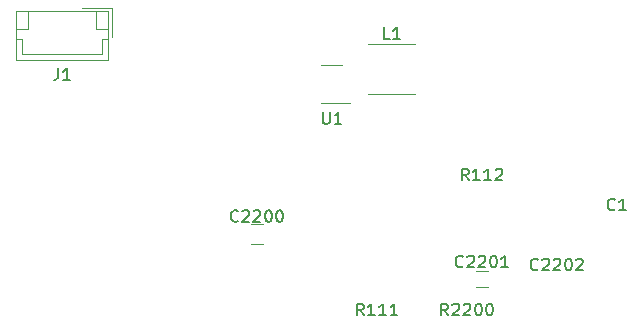
<source format=gbr>
G04 #@! TF.FileFunction,Legend,Top*
%FSLAX46Y46*%
G04 Gerber Fmt 4.6, Leading zero omitted, Abs format (unit mm)*
G04 Created by KiCad (PCBNEW 4.0.7-e2-6376~61~ubuntu18.04.1) date Thu Jan  3 16:44:15 2019*
%MOMM*%
%LPD*%
G01*
G04 APERTURE LIST*
%ADD10C,0.100000*%
%ADD11C,0.120000*%
%ADD12C,0.150000*%
G04 APERTURE END LIST*
D10*
D11*
X136390000Y-118530000D02*
X135390000Y-118530000D01*
X135390000Y-120230000D02*
X136390000Y-120230000D01*
X155440000Y-123870000D02*
X154440000Y-123870000D01*
X154440000Y-122510000D02*
X155440000Y-122510000D01*
X123300000Y-104620000D02*
X123300000Y-100520000D01*
X123300000Y-100520000D02*
X115500000Y-100520000D01*
X115500000Y-100520000D02*
X115500000Y-104620000D01*
X115500000Y-104620000D02*
X123300000Y-104620000D01*
X123300000Y-102870000D02*
X122800000Y-102870000D01*
X122800000Y-102870000D02*
X122800000Y-104120000D01*
X122800000Y-104120000D02*
X116000000Y-104120000D01*
X116000000Y-104120000D02*
X116000000Y-102870000D01*
X116000000Y-102870000D02*
X115500000Y-102870000D01*
X123300000Y-102020000D02*
X122300000Y-102020000D01*
X122300000Y-102020000D02*
X122300000Y-100520000D01*
X115500000Y-102020000D02*
X116500000Y-102020000D01*
X116500000Y-102020000D02*
X116500000Y-100520000D01*
X123600000Y-102720000D02*
X123600000Y-100220000D01*
X123600000Y-100220000D02*
X121100000Y-100220000D01*
X145320000Y-103310000D02*
X149320000Y-103310000D01*
X145320000Y-107510000D02*
X149320000Y-107510000D01*
X143140000Y-105070000D02*
X141340000Y-105070000D01*
X141340000Y-108290000D02*
X143790000Y-108290000D01*
D12*
X166203334Y-117267143D02*
X166155715Y-117314762D01*
X166012858Y-117362381D01*
X165917620Y-117362381D01*
X165774762Y-117314762D01*
X165679524Y-117219524D01*
X165631905Y-117124286D01*
X165584286Y-116933810D01*
X165584286Y-116790952D01*
X165631905Y-116600476D01*
X165679524Y-116505238D01*
X165774762Y-116410000D01*
X165917620Y-116362381D01*
X166012858Y-116362381D01*
X166155715Y-116410000D01*
X166203334Y-116457619D01*
X167155715Y-117362381D02*
X166584286Y-117362381D01*
X166870000Y-117362381D02*
X166870000Y-116362381D01*
X166774762Y-116505238D01*
X166679524Y-116600476D01*
X166584286Y-116648095D01*
X134294762Y-118237143D02*
X134247143Y-118284762D01*
X134104286Y-118332381D01*
X134009048Y-118332381D01*
X133866190Y-118284762D01*
X133770952Y-118189524D01*
X133723333Y-118094286D01*
X133675714Y-117903810D01*
X133675714Y-117760952D01*
X133723333Y-117570476D01*
X133770952Y-117475238D01*
X133866190Y-117380000D01*
X134009048Y-117332381D01*
X134104286Y-117332381D01*
X134247143Y-117380000D01*
X134294762Y-117427619D01*
X134675714Y-117427619D02*
X134723333Y-117380000D01*
X134818571Y-117332381D01*
X135056667Y-117332381D01*
X135151905Y-117380000D01*
X135199524Y-117427619D01*
X135247143Y-117522857D01*
X135247143Y-117618095D01*
X135199524Y-117760952D01*
X134628095Y-118332381D01*
X135247143Y-118332381D01*
X135628095Y-117427619D02*
X135675714Y-117380000D01*
X135770952Y-117332381D01*
X136009048Y-117332381D01*
X136104286Y-117380000D01*
X136151905Y-117427619D01*
X136199524Y-117522857D01*
X136199524Y-117618095D01*
X136151905Y-117760952D01*
X135580476Y-118332381D01*
X136199524Y-118332381D01*
X136818571Y-117332381D02*
X136913810Y-117332381D01*
X137009048Y-117380000D01*
X137056667Y-117427619D01*
X137104286Y-117522857D01*
X137151905Y-117713333D01*
X137151905Y-117951429D01*
X137104286Y-118141905D01*
X137056667Y-118237143D01*
X137009048Y-118284762D01*
X136913810Y-118332381D01*
X136818571Y-118332381D01*
X136723333Y-118284762D01*
X136675714Y-118237143D01*
X136628095Y-118141905D01*
X136580476Y-117951429D01*
X136580476Y-117713333D01*
X136628095Y-117522857D01*
X136675714Y-117427619D01*
X136723333Y-117380000D01*
X136818571Y-117332381D01*
X137770952Y-117332381D02*
X137866191Y-117332381D01*
X137961429Y-117380000D01*
X138009048Y-117427619D01*
X138056667Y-117522857D01*
X138104286Y-117713333D01*
X138104286Y-117951429D01*
X138056667Y-118141905D01*
X138009048Y-118237143D01*
X137961429Y-118284762D01*
X137866191Y-118332381D01*
X137770952Y-118332381D01*
X137675714Y-118284762D01*
X137628095Y-118237143D01*
X137580476Y-118141905D01*
X137532857Y-117951429D01*
X137532857Y-117713333D01*
X137580476Y-117522857D01*
X137628095Y-117427619D01*
X137675714Y-117380000D01*
X137770952Y-117332381D01*
X153344762Y-122097143D02*
X153297143Y-122144762D01*
X153154286Y-122192381D01*
X153059048Y-122192381D01*
X152916190Y-122144762D01*
X152820952Y-122049524D01*
X152773333Y-121954286D01*
X152725714Y-121763810D01*
X152725714Y-121620952D01*
X152773333Y-121430476D01*
X152820952Y-121335238D01*
X152916190Y-121240000D01*
X153059048Y-121192381D01*
X153154286Y-121192381D01*
X153297143Y-121240000D01*
X153344762Y-121287619D01*
X153725714Y-121287619D02*
X153773333Y-121240000D01*
X153868571Y-121192381D01*
X154106667Y-121192381D01*
X154201905Y-121240000D01*
X154249524Y-121287619D01*
X154297143Y-121382857D01*
X154297143Y-121478095D01*
X154249524Y-121620952D01*
X153678095Y-122192381D01*
X154297143Y-122192381D01*
X154678095Y-121287619D02*
X154725714Y-121240000D01*
X154820952Y-121192381D01*
X155059048Y-121192381D01*
X155154286Y-121240000D01*
X155201905Y-121287619D01*
X155249524Y-121382857D01*
X155249524Y-121478095D01*
X155201905Y-121620952D01*
X154630476Y-122192381D01*
X155249524Y-122192381D01*
X155868571Y-121192381D02*
X155963810Y-121192381D01*
X156059048Y-121240000D01*
X156106667Y-121287619D01*
X156154286Y-121382857D01*
X156201905Y-121573333D01*
X156201905Y-121811429D01*
X156154286Y-122001905D01*
X156106667Y-122097143D01*
X156059048Y-122144762D01*
X155963810Y-122192381D01*
X155868571Y-122192381D01*
X155773333Y-122144762D01*
X155725714Y-122097143D01*
X155678095Y-122001905D01*
X155630476Y-121811429D01*
X155630476Y-121573333D01*
X155678095Y-121382857D01*
X155725714Y-121287619D01*
X155773333Y-121240000D01*
X155868571Y-121192381D01*
X157154286Y-122192381D02*
X156582857Y-122192381D01*
X156868571Y-122192381D02*
X156868571Y-121192381D01*
X156773333Y-121335238D01*
X156678095Y-121430476D01*
X156582857Y-121478095D01*
X159694762Y-122347143D02*
X159647143Y-122394762D01*
X159504286Y-122442381D01*
X159409048Y-122442381D01*
X159266190Y-122394762D01*
X159170952Y-122299524D01*
X159123333Y-122204286D01*
X159075714Y-122013810D01*
X159075714Y-121870952D01*
X159123333Y-121680476D01*
X159170952Y-121585238D01*
X159266190Y-121490000D01*
X159409048Y-121442381D01*
X159504286Y-121442381D01*
X159647143Y-121490000D01*
X159694762Y-121537619D01*
X160075714Y-121537619D02*
X160123333Y-121490000D01*
X160218571Y-121442381D01*
X160456667Y-121442381D01*
X160551905Y-121490000D01*
X160599524Y-121537619D01*
X160647143Y-121632857D01*
X160647143Y-121728095D01*
X160599524Y-121870952D01*
X160028095Y-122442381D01*
X160647143Y-122442381D01*
X161028095Y-121537619D02*
X161075714Y-121490000D01*
X161170952Y-121442381D01*
X161409048Y-121442381D01*
X161504286Y-121490000D01*
X161551905Y-121537619D01*
X161599524Y-121632857D01*
X161599524Y-121728095D01*
X161551905Y-121870952D01*
X160980476Y-122442381D01*
X161599524Y-122442381D01*
X162218571Y-121442381D02*
X162313810Y-121442381D01*
X162409048Y-121490000D01*
X162456667Y-121537619D01*
X162504286Y-121632857D01*
X162551905Y-121823333D01*
X162551905Y-122061429D01*
X162504286Y-122251905D01*
X162456667Y-122347143D01*
X162409048Y-122394762D01*
X162313810Y-122442381D01*
X162218571Y-122442381D01*
X162123333Y-122394762D01*
X162075714Y-122347143D01*
X162028095Y-122251905D01*
X161980476Y-122061429D01*
X161980476Y-121823333D01*
X162028095Y-121632857D01*
X162075714Y-121537619D01*
X162123333Y-121490000D01*
X162218571Y-121442381D01*
X162932857Y-121537619D02*
X162980476Y-121490000D01*
X163075714Y-121442381D01*
X163313810Y-121442381D01*
X163409048Y-121490000D01*
X163456667Y-121537619D01*
X163504286Y-121632857D01*
X163504286Y-121728095D01*
X163456667Y-121870952D01*
X162885238Y-122442381D01*
X163504286Y-122442381D01*
X119066667Y-105322381D02*
X119066667Y-106036667D01*
X119019047Y-106179524D01*
X118923809Y-106274762D01*
X118780952Y-106322381D01*
X118685714Y-106322381D01*
X120066667Y-106322381D02*
X119495238Y-106322381D01*
X119780952Y-106322381D02*
X119780952Y-105322381D01*
X119685714Y-105465238D01*
X119590476Y-105560476D01*
X119495238Y-105608095D01*
X147153334Y-102862381D02*
X146677143Y-102862381D01*
X146677143Y-101862381D01*
X148010477Y-102862381D02*
X147439048Y-102862381D01*
X147724762Y-102862381D02*
X147724762Y-101862381D01*
X147629524Y-102005238D01*
X147534286Y-102100476D01*
X147439048Y-102148095D01*
X144930953Y-126252381D02*
X144597619Y-125776190D01*
X144359524Y-126252381D02*
X144359524Y-125252381D01*
X144740477Y-125252381D01*
X144835715Y-125300000D01*
X144883334Y-125347619D01*
X144930953Y-125442857D01*
X144930953Y-125585714D01*
X144883334Y-125680952D01*
X144835715Y-125728571D01*
X144740477Y-125776190D01*
X144359524Y-125776190D01*
X145883334Y-126252381D02*
X145311905Y-126252381D01*
X145597619Y-126252381D02*
X145597619Y-125252381D01*
X145502381Y-125395238D01*
X145407143Y-125490476D01*
X145311905Y-125538095D01*
X146835715Y-126252381D02*
X146264286Y-126252381D01*
X146550000Y-126252381D02*
X146550000Y-125252381D01*
X146454762Y-125395238D01*
X146359524Y-125490476D01*
X146264286Y-125538095D01*
X147788096Y-126252381D02*
X147216667Y-126252381D01*
X147502381Y-126252381D02*
X147502381Y-125252381D01*
X147407143Y-125395238D01*
X147311905Y-125490476D01*
X147216667Y-125538095D01*
X153820953Y-114822381D02*
X153487619Y-114346190D01*
X153249524Y-114822381D02*
X153249524Y-113822381D01*
X153630477Y-113822381D01*
X153725715Y-113870000D01*
X153773334Y-113917619D01*
X153820953Y-114012857D01*
X153820953Y-114155714D01*
X153773334Y-114250952D01*
X153725715Y-114298571D01*
X153630477Y-114346190D01*
X153249524Y-114346190D01*
X154773334Y-114822381D02*
X154201905Y-114822381D01*
X154487619Y-114822381D02*
X154487619Y-113822381D01*
X154392381Y-113965238D01*
X154297143Y-114060476D01*
X154201905Y-114108095D01*
X155725715Y-114822381D02*
X155154286Y-114822381D01*
X155440000Y-114822381D02*
X155440000Y-113822381D01*
X155344762Y-113965238D01*
X155249524Y-114060476D01*
X155154286Y-114108095D01*
X156106667Y-113917619D02*
X156154286Y-113870000D01*
X156249524Y-113822381D01*
X156487620Y-113822381D01*
X156582858Y-113870000D01*
X156630477Y-113917619D01*
X156678096Y-114012857D01*
X156678096Y-114108095D01*
X156630477Y-114250952D01*
X156059048Y-114822381D01*
X156678096Y-114822381D01*
X152074762Y-126252381D02*
X151741428Y-125776190D01*
X151503333Y-126252381D02*
X151503333Y-125252381D01*
X151884286Y-125252381D01*
X151979524Y-125300000D01*
X152027143Y-125347619D01*
X152074762Y-125442857D01*
X152074762Y-125585714D01*
X152027143Y-125680952D01*
X151979524Y-125728571D01*
X151884286Y-125776190D01*
X151503333Y-125776190D01*
X152455714Y-125347619D02*
X152503333Y-125300000D01*
X152598571Y-125252381D01*
X152836667Y-125252381D01*
X152931905Y-125300000D01*
X152979524Y-125347619D01*
X153027143Y-125442857D01*
X153027143Y-125538095D01*
X152979524Y-125680952D01*
X152408095Y-126252381D01*
X153027143Y-126252381D01*
X153408095Y-125347619D02*
X153455714Y-125300000D01*
X153550952Y-125252381D01*
X153789048Y-125252381D01*
X153884286Y-125300000D01*
X153931905Y-125347619D01*
X153979524Y-125442857D01*
X153979524Y-125538095D01*
X153931905Y-125680952D01*
X153360476Y-126252381D01*
X153979524Y-126252381D01*
X154598571Y-125252381D02*
X154693810Y-125252381D01*
X154789048Y-125300000D01*
X154836667Y-125347619D01*
X154884286Y-125442857D01*
X154931905Y-125633333D01*
X154931905Y-125871429D01*
X154884286Y-126061905D01*
X154836667Y-126157143D01*
X154789048Y-126204762D01*
X154693810Y-126252381D01*
X154598571Y-126252381D01*
X154503333Y-126204762D01*
X154455714Y-126157143D01*
X154408095Y-126061905D01*
X154360476Y-125871429D01*
X154360476Y-125633333D01*
X154408095Y-125442857D01*
X154455714Y-125347619D01*
X154503333Y-125300000D01*
X154598571Y-125252381D01*
X155550952Y-125252381D02*
X155646191Y-125252381D01*
X155741429Y-125300000D01*
X155789048Y-125347619D01*
X155836667Y-125442857D01*
X155884286Y-125633333D01*
X155884286Y-125871429D01*
X155836667Y-126061905D01*
X155789048Y-126157143D01*
X155741429Y-126204762D01*
X155646191Y-126252381D01*
X155550952Y-126252381D01*
X155455714Y-126204762D01*
X155408095Y-126157143D01*
X155360476Y-126061905D01*
X155312857Y-125871429D01*
X155312857Y-125633333D01*
X155360476Y-125442857D01*
X155408095Y-125347619D01*
X155455714Y-125300000D01*
X155550952Y-125252381D01*
X141478095Y-109032381D02*
X141478095Y-109841905D01*
X141525714Y-109937143D01*
X141573333Y-109984762D01*
X141668571Y-110032381D01*
X141859048Y-110032381D01*
X141954286Y-109984762D01*
X142001905Y-109937143D01*
X142049524Y-109841905D01*
X142049524Y-109032381D01*
X143049524Y-110032381D02*
X142478095Y-110032381D01*
X142763809Y-110032381D02*
X142763809Y-109032381D01*
X142668571Y-109175238D01*
X142573333Y-109270476D01*
X142478095Y-109318095D01*
M02*

</source>
